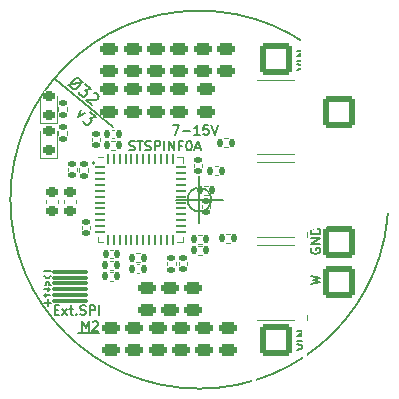
<source format=gbr>
%TF.GenerationSoftware,KiCad,Pcbnew,7.0.7*%
%TF.CreationDate,2023-12-28T18:43:45-05:00*%
%TF.ProjectId,O32controller,4f333263-6f6e-4747-926f-6c6c65722e6b,3*%
%TF.SameCoordinates,Original*%
%TF.FileFunction,Legend,Top*%
%TF.FilePolarity,Positive*%
%FSLAX46Y46*%
G04 Gerber Fmt 4.6, Leading zero omitted, Abs format (unit mm)*
G04 Created by KiCad (PCBNEW 7.0.7) date 2023-12-28 18:43:45*
%MOMM*%
%LPD*%
G01*
G04 APERTURE LIST*
G04 Aperture macros list*
%AMRoundRect*
0 Rectangle with rounded corners*
0 $1 Rounding radius*
0 $2 $3 $4 $5 $6 $7 $8 $9 X,Y pos of 4 corners*
0 Add a 4 corners polygon primitive as box body*
4,1,4,$2,$3,$4,$5,$6,$7,$8,$9,$2,$3,0*
0 Add four circle primitives for the rounded corners*
1,1,$1+$1,$2,$3*
1,1,$1+$1,$4,$5*
1,1,$1+$1,$6,$7*
1,1,$1+$1,$8,$9*
0 Add four rect primitives between the rounded corners*
20,1,$1+$1,$2,$3,$4,$5,0*
20,1,$1+$1,$4,$5,$6,$7,0*
20,1,$1+$1,$6,$7,$8,$9,0*
20,1,$1+$1,$8,$9,$2,$3,0*%
%AMFreePoly0*
4,1,78,0.535355,2.120355,0.550000,2.085000,0.550000,1.935000,0.535355,1.899645,0.500000,1.885000,0.150000,1.885000,0.150000,1.635000,0.500000,1.635000,0.535355,1.620355,0.550000,1.585000,0.550000,1.435000,0.535355,1.399645,0.500000,1.385000,0.150000,1.385000,0.150000,1.135000,0.500000,1.135000,0.535355,1.120355,0.550000,1.085000,0.550000,0.935000,0.535355,0.899645,
0.500000,0.885000,0.150000,0.885000,0.150000,0.635000,0.500000,0.635000,0.535355,0.620355,0.550000,0.585000,0.550000,0.435000,0.535355,0.399645,0.500000,0.385000,0.150000,0.385000,0.150000,0.135000,0.500000,0.135000,0.535355,0.120355,0.550000,0.085000,0.550000,-0.065000,0.535355,-0.100355,0.500000,-0.115000,0.150000,-0.115000,0.150000,-0.365000,0.500000,-0.365000,
0.535355,-0.379645,0.550000,-0.415000,0.550000,-0.565000,0.535355,-0.600355,0.500000,-0.615000,0.150000,-0.615000,0.150000,-0.865000,0.500000,-0.865000,0.535355,-0.879645,0.550000,-0.915000,0.550000,-1.065000,0.535355,-1.100355,0.500000,-1.115000,0.150000,-1.115000,0.150000,-1.365000,0.500000,-1.365000,0.535355,-1.379645,0.550000,-1.415000,0.550000,-1.565000,0.535355,-1.600355,
0.500000,-1.615000,0.150000,-1.615000,0.150000,-1.865000,0.500000,-1.865000,0.535355,-1.879645,0.550000,-1.915000,0.550000,-2.065000,0.535355,-2.100355,0.500000,-2.115000,-0.100000,-2.115000,-0.102414,-2.114000,-0.150000,-2.114000,-0.150000,2.114000,-0.137987,2.114000,-0.135355,2.120355,-0.100000,2.135000,0.500000,2.135000,0.535355,2.120355,0.535355,2.120355,$1*%
G04 Aperture macros list end*
%ADD10C,0.150000*%
%ADD11C,0.120000*%
%ADD12C,0.200000*%
%ADD13RoundRect,0.075000X-1.425000X-0.075000X1.425000X-0.075000X1.425000X0.075000X-1.425000X0.075000X0*%
%ADD14RoundRect,0.250000X-0.475000X0.250000X-0.475000X-0.250000X0.475000X-0.250000X0.475000X0.250000X0*%
%ADD15RoundRect,0.250000X0.475000X-0.250000X0.475000X0.250000X-0.475000X0.250000X-0.475000X-0.250000X0*%
%ADD16R,0.385000X0.690000*%
%ADD17R,1.035000X0.690000*%
%ADD18RoundRect,0.269607X-1.105393X-1.105393X1.105393X-1.105393X1.105393X1.105393X-1.105393X1.105393X0*%
%ADD19RoundRect,0.218750X0.256250X-0.218750X0.256250X0.218750X-0.256250X0.218750X-0.256250X-0.218750X0*%
%ADD20RoundRect,0.140000X0.140000X0.170000X-0.140000X0.170000X-0.140000X-0.170000X0.140000X-0.170000X0*%
%ADD21RoundRect,0.225000X0.250000X-0.225000X0.250000X0.225000X-0.250000X0.225000X-0.250000X-0.225000X0*%
%ADD22RoundRect,0.135000X0.135000X0.185000X-0.135000X0.185000X-0.135000X-0.185000X0.135000X-0.185000X0*%
%ADD23RoundRect,0.062500X-0.375000X-0.062500X0.375000X-0.062500X0.375000X0.062500X-0.375000X0.062500X0*%
%ADD24RoundRect,0.062500X-0.062500X-0.375000X0.062500X-0.375000X0.062500X0.375000X-0.062500X0.375000X0*%
%ADD25R,2.800000X2.800000*%
%ADD26RoundRect,0.135000X0.185000X-0.135000X0.185000X0.135000X-0.185000X0.135000X-0.185000X-0.135000X0*%
%ADD27RoundRect,0.140000X-0.170000X0.140000X-0.170000X-0.140000X0.170000X-0.140000X0.170000X0.140000X0*%
%ADD28RoundRect,0.135000X-0.135000X-0.185000X0.135000X-0.185000X0.135000X0.185000X-0.135000X0.185000X0*%
%ADD29R,0.700001X0.249999*%
%ADD30FreePoly0,0.000000*%
%ADD31FreePoly0,180.000000*%
%ADD32R,0.429999X0.375001*%
%ADD33R,3.300001X5.399999*%
%ADD34R,1.600000X0.650000*%
%ADD35RoundRect,0.135000X-0.185000X0.135000X-0.185000X-0.135000X0.185000X-0.135000X0.185000X0.135000X0*%
%ADD36RoundRect,0.140000X0.170000X-0.140000X0.170000X0.140000X-0.170000X0.140000X-0.170000X-0.140000X0*%
%ADD37RoundRect,0.225000X-0.250000X0.225000X-0.250000X-0.225000X0.250000X-0.225000X0.250000X0.225000X0*%
%ADD38R,0.690000X0.385000*%
%ADD39R,0.690000X1.035000*%
G04 APERTURE END LIST*
D10*
X875000Y5400000D02*
X375000Y5400000D01*
X375000Y5900000D02*
X875000Y5900000D01*
X875000Y5900000D02*
X725000Y6050000D01*
X550000Y6525000D02*
X750000Y6525000D01*
X875000Y5900000D02*
X725000Y5750000D01*
X525000Y6825000D02*
X762500Y6825000D01*
X762500Y6825000D02*
X850000Y7075000D01*
X850000Y7075000D02*
X925000Y7075000D01*
X3200000Y2175000D02*
X4975000Y2175000D01*
X11500000Y13500000D02*
X15500000Y13500000D01*
X14500000Y13500000D02*
G75*
G03*
X14500000Y13500000I-1000000J0D01*
G01*
X375000Y5400000D02*
X525000Y5550000D01*
X400000Y6275000D02*
X550000Y6275000D01*
X750000Y6525000D02*
X750000Y6275000D01*
X375000Y5400000D02*
X525000Y5250000D01*
X13500000Y15500000D02*
X13500000Y11500000D01*
X29500000Y13500000D02*
G75*
G03*
X29500000Y13500000I-16000000J0D01*
G01*
X375000Y7075000D02*
X450000Y7075000D01*
X550000Y6275000D02*
X550000Y6525000D01*
X450000Y7075000D02*
X525000Y6825000D01*
X750000Y6275000D02*
X925000Y6275000D01*
X1300000Y23750000D02*
X6150000Y19650000D01*
X7559523Y17700800D02*
X7673809Y17662705D01*
X7673809Y17662705D02*
X7864285Y17662705D01*
X7864285Y17662705D02*
X7940476Y17700800D01*
X7940476Y17700800D02*
X7978571Y17738896D01*
X7978571Y17738896D02*
X8016666Y17815086D01*
X8016666Y17815086D02*
X8016666Y17891277D01*
X8016666Y17891277D02*
X7978571Y17967467D01*
X7978571Y17967467D02*
X7940476Y18005562D01*
X7940476Y18005562D02*
X7864285Y18043658D01*
X7864285Y18043658D02*
X7711904Y18081753D01*
X7711904Y18081753D02*
X7635714Y18119848D01*
X7635714Y18119848D02*
X7597619Y18157943D01*
X7597619Y18157943D02*
X7559523Y18234134D01*
X7559523Y18234134D02*
X7559523Y18310324D01*
X7559523Y18310324D02*
X7597619Y18386515D01*
X7597619Y18386515D02*
X7635714Y18424610D01*
X7635714Y18424610D02*
X7711904Y18462705D01*
X7711904Y18462705D02*
X7902381Y18462705D01*
X7902381Y18462705D02*
X8016666Y18424610D01*
X8245238Y18462705D02*
X8702381Y18462705D01*
X8473809Y17662705D02*
X8473809Y18462705D01*
X8930952Y17700800D02*
X9045238Y17662705D01*
X9045238Y17662705D02*
X9235714Y17662705D01*
X9235714Y17662705D02*
X9311905Y17700800D01*
X9311905Y17700800D02*
X9350000Y17738896D01*
X9350000Y17738896D02*
X9388095Y17815086D01*
X9388095Y17815086D02*
X9388095Y17891277D01*
X9388095Y17891277D02*
X9350000Y17967467D01*
X9350000Y17967467D02*
X9311905Y18005562D01*
X9311905Y18005562D02*
X9235714Y18043658D01*
X9235714Y18043658D02*
X9083333Y18081753D01*
X9083333Y18081753D02*
X9007143Y18119848D01*
X9007143Y18119848D02*
X8969048Y18157943D01*
X8969048Y18157943D02*
X8930952Y18234134D01*
X8930952Y18234134D02*
X8930952Y18310324D01*
X8930952Y18310324D02*
X8969048Y18386515D01*
X8969048Y18386515D02*
X9007143Y18424610D01*
X9007143Y18424610D02*
X9083333Y18462705D01*
X9083333Y18462705D02*
X9273810Y18462705D01*
X9273810Y18462705D02*
X9388095Y18424610D01*
X9730953Y17662705D02*
X9730953Y18462705D01*
X9730953Y18462705D02*
X10035715Y18462705D01*
X10035715Y18462705D02*
X10111905Y18424610D01*
X10111905Y18424610D02*
X10150000Y18386515D01*
X10150000Y18386515D02*
X10188096Y18310324D01*
X10188096Y18310324D02*
X10188096Y18196039D01*
X10188096Y18196039D02*
X10150000Y18119848D01*
X10150000Y18119848D02*
X10111905Y18081753D01*
X10111905Y18081753D02*
X10035715Y18043658D01*
X10035715Y18043658D02*
X9730953Y18043658D01*
X10530953Y17662705D02*
X10530953Y18462705D01*
X10911905Y17662705D02*
X10911905Y18462705D01*
X10911905Y18462705D02*
X11369048Y17662705D01*
X11369048Y17662705D02*
X11369048Y18462705D01*
X12016666Y18081753D02*
X11750000Y18081753D01*
X11750000Y17662705D02*
X11750000Y18462705D01*
X11750000Y18462705D02*
X12130952Y18462705D01*
X12588095Y18462705D02*
X12664285Y18462705D01*
X12664285Y18462705D02*
X12740476Y18424610D01*
X12740476Y18424610D02*
X12778571Y18386515D01*
X12778571Y18386515D02*
X12816666Y18310324D01*
X12816666Y18310324D02*
X12854761Y18157943D01*
X12854761Y18157943D02*
X12854761Y17967467D01*
X12854761Y17967467D02*
X12816666Y17815086D01*
X12816666Y17815086D02*
X12778571Y17738896D01*
X12778571Y17738896D02*
X12740476Y17700800D01*
X12740476Y17700800D02*
X12664285Y17662705D01*
X12664285Y17662705D02*
X12588095Y17662705D01*
X12588095Y17662705D02*
X12511904Y17700800D01*
X12511904Y17700800D02*
X12473809Y17738896D01*
X12473809Y17738896D02*
X12435714Y17815086D01*
X12435714Y17815086D02*
X12397618Y17967467D01*
X12397618Y17967467D02*
X12397618Y18157943D01*
X12397618Y18157943D02*
X12435714Y18310324D01*
X12435714Y18310324D02*
X12473809Y18386515D01*
X12473809Y18386515D02*
X12511904Y18424610D01*
X12511904Y18424610D02*
X12588095Y18462705D01*
X13159523Y17891277D02*
X13540476Y17891277D01*
X13083333Y17662705D02*
X13350000Y18462705D01*
X13350000Y18462705D02*
X13616666Y17662705D01*
X1239286Y4156753D02*
X1505952Y4156753D01*
X1620238Y3737705D02*
X1239286Y3737705D01*
X1239286Y3737705D02*
X1239286Y4537705D01*
X1239286Y4537705D02*
X1620238Y4537705D01*
X1886905Y3737705D02*
X2305953Y4271039D01*
X1886905Y4271039D02*
X2305953Y3737705D01*
X2496429Y4271039D02*
X2801191Y4271039D01*
X2610715Y4537705D02*
X2610715Y3851991D01*
X2610715Y3851991D02*
X2648810Y3775800D01*
X2648810Y3775800D02*
X2725000Y3737705D01*
X2725000Y3737705D02*
X2801191Y3737705D01*
X3067858Y3813896D02*
X3105953Y3775800D01*
X3105953Y3775800D02*
X3067858Y3737705D01*
X3067858Y3737705D02*
X3029762Y3775800D01*
X3029762Y3775800D02*
X3067858Y3813896D01*
X3067858Y3813896D02*
X3067858Y3737705D01*
X3410714Y3775800D02*
X3525000Y3737705D01*
X3525000Y3737705D02*
X3715476Y3737705D01*
X3715476Y3737705D02*
X3791667Y3775800D01*
X3791667Y3775800D02*
X3829762Y3813896D01*
X3829762Y3813896D02*
X3867857Y3890086D01*
X3867857Y3890086D02*
X3867857Y3966277D01*
X3867857Y3966277D02*
X3829762Y4042467D01*
X3829762Y4042467D02*
X3791667Y4080562D01*
X3791667Y4080562D02*
X3715476Y4118658D01*
X3715476Y4118658D02*
X3563095Y4156753D01*
X3563095Y4156753D02*
X3486905Y4194848D01*
X3486905Y4194848D02*
X3448810Y4232943D01*
X3448810Y4232943D02*
X3410714Y4309134D01*
X3410714Y4309134D02*
X3410714Y4385324D01*
X3410714Y4385324D02*
X3448810Y4461515D01*
X3448810Y4461515D02*
X3486905Y4499610D01*
X3486905Y4499610D02*
X3563095Y4537705D01*
X3563095Y4537705D02*
X3753572Y4537705D01*
X3753572Y4537705D02*
X3867857Y4499610D01*
X4210715Y3737705D02*
X4210715Y4537705D01*
X4210715Y4537705D02*
X4515477Y4537705D01*
X4515477Y4537705D02*
X4591667Y4499610D01*
X4591667Y4499610D02*
X4629762Y4461515D01*
X4629762Y4461515D02*
X4667858Y4385324D01*
X4667858Y4385324D02*
X4667858Y4271039D01*
X4667858Y4271039D02*
X4629762Y4194848D01*
X4629762Y4194848D02*
X4591667Y4156753D01*
X4591667Y4156753D02*
X4515477Y4118658D01*
X4515477Y4118658D02*
X4210715Y4118658D01*
X5010715Y3737705D02*
X5010715Y4537705D01*
X22950390Y9390477D02*
X22912295Y9314287D01*
X22912295Y9314287D02*
X22912295Y9200001D01*
X22912295Y9200001D02*
X22950390Y9085715D01*
X22950390Y9085715D02*
X23026580Y9009525D01*
X23026580Y9009525D02*
X23102771Y8971430D01*
X23102771Y8971430D02*
X23255152Y8933334D01*
X23255152Y8933334D02*
X23369438Y8933334D01*
X23369438Y8933334D02*
X23521819Y8971430D01*
X23521819Y8971430D02*
X23598009Y9009525D01*
X23598009Y9009525D02*
X23674200Y9085715D01*
X23674200Y9085715D02*
X23712295Y9200001D01*
X23712295Y9200001D02*
X23712295Y9276192D01*
X23712295Y9276192D02*
X23674200Y9390477D01*
X23674200Y9390477D02*
X23636104Y9428573D01*
X23636104Y9428573D02*
X23369438Y9428573D01*
X23369438Y9428573D02*
X23369438Y9276192D01*
X23712295Y9771430D02*
X22912295Y9771430D01*
X22912295Y9771430D02*
X23712295Y10228573D01*
X23712295Y10228573D02*
X22912295Y10228573D01*
X23712295Y10609525D02*
X22912295Y10609525D01*
X22912295Y10609525D02*
X22912295Y10800001D01*
X22912295Y10800001D02*
X22950390Y10914287D01*
X22950390Y10914287D02*
X23026580Y10990477D01*
X23026580Y10990477D02*
X23102771Y11028572D01*
X23102771Y11028572D02*
X23255152Y11066668D01*
X23255152Y11066668D02*
X23369438Y11066668D01*
X23369438Y11066668D02*
X23521819Y11028572D01*
X23521819Y11028572D02*
X23598009Y10990477D01*
X23598009Y10990477D02*
X23674200Y10914287D01*
X23674200Y10914287D02*
X23712295Y10800001D01*
X23712295Y10800001D02*
X23712295Y10609525D01*
X3602381Y2412705D02*
X3602381Y3212705D01*
X3602381Y3212705D02*
X3869047Y2641277D01*
X3869047Y2641277D02*
X4135714Y3212705D01*
X4135714Y3212705D02*
X4135714Y2412705D01*
X4478571Y3136515D02*
X4516667Y3174610D01*
X4516667Y3174610D02*
X4592857Y3212705D01*
X4592857Y3212705D02*
X4783333Y3212705D01*
X4783333Y3212705D02*
X4859524Y3174610D01*
X4859524Y3174610D02*
X4897619Y3136515D01*
X4897619Y3136515D02*
X4935714Y3060324D01*
X4935714Y3060324D02*
X4935714Y2984134D01*
X4935714Y2984134D02*
X4897619Y2869848D01*
X4897619Y2869848D02*
X4440476Y2412705D01*
X4440476Y2412705D02*
X4935714Y2412705D01*
X22912295Y6357143D02*
X23712295Y6547619D01*
X23712295Y6547619D02*
X23140866Y6700000D01*
X23140866Y6700000D02*
X23712295Y6852381D01*
X23712295Y6852381D02*
X22912295Y7042857D01*
X22950390Y16540477D02*
X22912295Y16464287D01*
X22912295Y16464287D02*
X22912295Y16350001D01*
X22912295Y16350001D02*
X22950390Y16235715D01*
X22950390Y16235715D02*
X23026580Y16159525D01*
X23026580Y16159525D02*
X23102771Y16121430D01*
X23102771Y16121430D02*
X23255152Y16083334D01*
X23255152Y16083334D02*
X23369438Y16083334D01*
X23369438Y16083334D02*
X23521819Y16121430D01*
X23521819Y16121430D02*
X23598009Y16159525D01*
X23598009Y16159525D02*
X23674200Y16235715D01*
X23674200Y16235715D02*
X23712295Y16350001D01*
X23712295Y16350001D02*
X23712295Y16426192D01*
X23712295Y16426192D02*
X23674200Y16540477D01*
X23674200Y16540477D02*
X23636104Y16578573D01*
X23636104Y16578573D02*
X23369438Y16578573D01*
X23369438Y16578573D02*
X23369438Y16426192D01*
X23712295Y16921430D02*
X22912295Y16921430D01*
X22912295Y16921430D02*
X23712295Y17378573D01*
X23712295Y17378573D02*
X22912295Y17378573D01*
X23712295Y17759525D02*
X22912295Y17759525D01*
X22912295Y17759525D02*
X22912295Y17950001D01*
X22912295Y17950001D02*
X22950390Y18064287D01*
X22950390Y18064287D02*
X23026580Y18140477D01*
X23026580Y18140477D02*
X23102771Y18178572D01*
X23102771Y18178572D02*
X23255152Y18216668D01*
X23255152Y18216668D02*
X23369438Y18216668D01*
X23369438Y18216668D02*
X23521819Y18178572D01*
X23521819Y18178572D02*
X23598009Y18140477D01*
X23598009Y18140477D02*
X23674200Y18064287D01*
X23674200Y18064287D02*
X23712295Y17950001D01*
X23712295Y17950001D02*
X23712295Y17759525D01*
X3637696Y23459940D02*
X2411255Y23183639D01*
X2630125Y22999985D02*
X2587777Y23097681D01*
X2587777Y23097681D02*
X2576039Y23231856D01*
X2576039Y23231856D02*
X2661996Y23408378D01*
X2661996Y23408378D02*
X2876259Y23663726D01*
X2876259Y23663726D02*
X3035173Y23779030D01*
X3035173Y23779030D02*
X3169347Y23790769D01*
X3169347Y23790769D02*
X3272913Y23766030D01*
X3272913Y23766030D02*
X3418826Y23643594D01*
X3418826Y23643594D02*
X3461174Y23545898D01*
X3461174Y23545898D02*
X3472912Y23411723D01*
X3472912Y23411723D02*
X3386955Y23235201D01*
X3386955Y23235201D02*
X3172692Y22979853D01*
X3172692Y22979853D02*
X3013778Y22864549D01*
X3013778Y22864549D02*
X2879604Y22852810D01*
X2879604Y22852810D02*
X2776038Y22877549D01*
X2776038Y22877549D02*
X2630125Y22999985D01*
X3856566Y23276287D02*
X4330784Y22878371D01*
X4330784Y22878371D02*
X3830564Y22800807D01*
X3830564Y22800807D02*
X3939999Y22708980D01*
X3939999Y22708980D02*
X3982347Y22611284D01*
X3982347Y22611284D02*
X3988216Y22544196D01*
X3988216Y22544196D02*
X3963476Y22440631D01*
X3963476Y22440631D02*
X3810432Y22258239D01*
X3810432Y22258239D02*
X3712735Y22215892D01*
X3712735Y22215892D02*
X3645648Y22210022D01*
X3645648Y22210022D02*
X3542083Y22234762D01*
X3542083Y22234762D02*
X3323213Y22418415D01*
X3323213Y22418415D02*
X3280865Y22516112D01*
X3280865Y22516112D02*
X3274996Y22583199D01*
X4561392Y22560542D02*
X4628479Y22566412D01*
X4628479Y22566412D02*
X4732045Y22541672D01*
X4732045Y22541672D02*
X4914436Y22388628D01*
X4914436Y22388628D02*
X4956784Y22290931D01*
X4956784Y22290931D02*
X4962654Y22223844D01*
X4962654Y22223844D02*
X4937914Y22120279D01*
X4937914Y22120279D02*
X4876696Y22047322D01*
X4876696Y22047322D02*
X4748391Y21968496D01*
X4748391Y21968496D02*
X3943344Y21898064D01*
X3943344Y21898064D02*
X4417562Y21500147D01*
X345238Y4767467D02*
X954762Y4767467D01*
X650000Y4462705D02*
X650000Y5072229D01*
X21737295Y24473811D02*
X22537295Y24740478D01*
X22537295Y24740478D02*
X21737295Y25007144D01*
X22537295Y25273811D02*
X21737295Y25273811D01*
X22537295Y25654763D02*
X21737295Y25654763D01*
X21737295Y25654763D02*
X22537295Y26111906D01*
X22537295Y26111906D02*
X21737295Y26111906D01*
X21737295Y748811D02*
X22537295Y1015478D01*
X22537295Y1015478D02*
X21737295Y1282144D01*
X22537295Y1548811D02*
X21737295Y1548811D01*
X22537295Y1929763D02*
X21737295Y1929763D01*
X21737295Y1929763D02*
X22537295Y2386906D01*
X22537295Y2386906D02*
X21737295Y2386906D01*
X11283333Y19787705D02*
X11816667Y19787705D01*
X11816667Y19787705D02*
X11473809Y18987705D01*
X12121429Y19292467D02*
X12730953Y19292467D01*
X13530952Y18987705D02*
X13073809Y18987705D01*
X13302381Y18987705D02*
X13302381Y19787705D01*
X13302381Y19787705D02*
X13226190Y19673420D01*
X13226190Y19673420D02*
X13150000Y19597229D01*
X13150000Y19597229D02*
X13073809Y19559134D01*
X14254762Y19787705D02*
X13873810Y19787705D01*
X13873810Y19787705D02*
X13835714Y19406753D01*
X13835714Y19406753D02*
X13873810Y19444848D01*
X13873810Y19444848D02*
X13950000Y19482943D01*
X13950000Y19482943D02*
X14140476Y19482943D01*
X14140476Y19482943D02*
X14216667Y19444848D01*
X14216667Y19444848D02*
X14254762Y19406753D01*
X14254762Y19406753D02*
X14292857Y19330562D01*
X14292857Y19330562D02*
X14292857Y19140086D01*
X14292857Y19140086D02*
X14254762Y19063896D01*
X14254762Y19063896D02*
X14216667Y19025800D01*
X14216667Y19025800D02*
X14140476Y18987705D01*
X14140476Y18987705D02*
X13950000Y18987705D01*
X13950000Y18987705D02*
X13873810Y19025800D01*
X13873810Y19025800D02*
X13835714Y19063896D01*
X14521429Y19787705D02*
X14788096Y18987705D01*
X14788096Y18987705D02*
X15054762Y19787705D01*
X320238Y7467467D02*
X929762Y7467467D01*
X22912295Y13558334D02*
X23712295Y13825001D01*
X23712295Y13825001D02*
X22912295Y14091667D01*
X3438998Y21121419D02*
X3192864Y20457678D01*
X3192864Y20457678D02*
X3803781Y20815330D01*
X4236913Y20887024D02*
X4711131Y20489108D01*
X4711131Y20489108D02*
X4210912Y20411544D01*
X4210912Y20411544D02*
X4320347Y20319717D01*
X4320347Y20319717D02*
X4362694Y20222021D01*
X4362694Y20222021D02*
X4368564Y20154934D01*
X4368564Y20154934D02*
X4343824Y20051369D01*
X4343824Y20051369D02*
X4190780Y19868977D01*
X4190780Y19868977D02*
X4093083Y19826629D01*
X4093083Y19826629D02*
X4025996Y19820760D01*
X4025996Y19820760D02*
X3922431Y19845499D01*
X3922431Y19845499D02*
X3703561Y20029153D01*
X3703561Y20029153D02*
X3661213Y20126849D01*
X3661213Y20126849D02*
X3655344Y20193937D01*
X22912295Y20721430D02*
X23559914Y20721430D01*
X23559914Y20721430D02*
X23636104Y20759525D01*
X23636104Y20759525D02*
X23674200Y20797620D01*
X23674200Y20797620D02*
X23712295Y20873811D01*
X23712295Y20873811D02*
X23712295Y21026192D01*
X23712295Y21026192D02*
X23674200Y21102382D01*
X23674200Y21102382D02*
X23636104Y21140477D01*
X23636104Y21140477D02*
X23559914Y21178573D01*
X23559914Y21178573D02*
X22912295Y21178573D01*
D11*
%TO.C,D6*%
X15000Y17027500D02*
X1485000Y17027500D01*
X1485000Y17027500D02*
X1485000Y19312500D01*
X15000Y19312500D02*
X15000Y17027500D01*
%TO.C,C20*%
X6307836Y18690000D02*
X6092164Y18690000D01*
X6307836Y19410000D02*
X6092164Y19410000D01*
%TO.C,C2*%
X540000Y13209420D02*
X540000Y13490580D01*
X1560000Y13209420D02*
X1560000Y13490580D01*
%TO.C,R22*%
X14203641Y13920000D02*
X13896359Y13920000D01*
X14203641Y14680000D02*
X13896359Y14680000D01*
%TO.C,R19*%
X8453641Y8220000D02*
X8146359Y8220000D01*
X8453641Y8980000D02*
X8146359Y8980000D01*
%TO.C,U1*%
X4890000Y9890000D02*
X4890000Y10365000D01*
X5365000Y17110000D02*
X4890000Y17110000D01*
X5365000Y9890000D02*
X4890000Y9890000D01*
X11635000Y17110000D02*
X12110000Y17110000D01*
X11635000Y9890000D02*
X12110000Y9890000D01*
X12110000Y17110000D02*
X12110000Y16635000D01*
X12110000Y9890000D02*
X12110000Y10365000D01*
D12*
X4650000Y16600000D02*
G75*
G03*
X4650000Y16600000I-100000J0D01*
G01*
D11*
%TO.C,C14*%
X8407836Y7290000D02*
X8192164Y7290000D01*
X8407836Y8010000D02*
X8192164Y8010000D01*
%TO.C,R4*%
X10720000Y7936359D02*
X10720000Y8243641D01*
X11480000Y7936359D02*
X11480000Y8243641D01*
%TO.C,C5*%
X14410000Y13007836D02*
X14410000Y12792164D01*
X13690000Y13007836D02*
X13690000Y12792164D01*
%TO.C,R8*%
X5896359Y8330000D02*
X6203641Y8330000D01*
X5896359Y7570000D02*
X6203641Y7570000D01*
%TO.C,R29*%
X13396359Y9580000D02*
X13703641Y9580000D01*
X13396359Y8820000D02*
X13703641Y8820000D01*
%TO.C,Q2*%
X22600000Y10350000D02*
X22400000Y10350000D01*
X22600000Y10750000D02*
X22600000Y10350000D01*
X21549999Y10350001D02*
X18350001Y10350001D01*
X21549999Y16649999D02*
X18350001Y16649999D01*
%TO.C,R2*%
X1570000Y21046359D02*
X1570000Y21353641D01*
X2330000Y21046359D02*
X2330000Y21353641D01*
%TO.C,C4*%
X13760000Y16487836D02*
X13760000Y16272164D01*
X13040000Y16487836D02*
X13040000Y16272164D01*
%TO.C,C10*%
X6157836Y8540000D02*
X5942164Y8540000D01*
X6157836Y9260000D02*
X5942164Y9260000D01*
%TO.C,R1*%
X1570000Y18996359D02*
X1570000Y19303641D01*
X2330000Y18996359D02*
X2330000Y19303641D01*
%TO.C,Q3*%
X22600000Y3350000D02*
X22400000Y3350000D01*
X22600000Y3750000D02*
X22600000Y3350000D01*
X21549999Y3350001D02*
X18350001Y3350001D01*
X21549999Y9649999D02*
X18350001Y9649999D01*
%TO.C,R37*%
X6353641Y17720000D02*
X6046359Y17720000D01*
X6353641Y18480000D02*
X6046359Y18480000D01*
%TO.C,R28*%
X4080000Y16183641D02*
X4080000Y15876359D01*
X3320000Y16183641D02*
X3320000Y15876359D01*
%TO.C,C1*%
X4390000Y18472164D02*
X4390000Y18687836D01*
X5110000Y18472164D02*
X5110000Y18687836D01*
%TO.C,C7*%
X12460000Y8187836D02*
X12460000Y7972164D01*
X11740000Y8187836D02*
X11740000Y7972164D01*
%TO.C,C6*%
X4260000Y11227836D02*
X4260000Y11012164D01*
X3540000Y11227836D02*
X3540000Y11012164D01*
%TO.C,R11*%
X14786359Y16330000D02*
X15093641Y16330000D01*
X14786359Y15570000D02*
X15093641Y15570000D01*
%TO.C,D3*%
X15000Y20002500D02*
X1485000Y20002500D01*
X1485000Y20002500D02*
X1485000Y22287500D01*
X15000Y22287500D02*
X15000Y20002500D01*
%TO.C,R10*%
X5896359Y7380000D02*
X6203641Y7380000D01*
X5896359Y6620000D02*
X6203641Y6620000D01*
%TO.C,Q1*%
X22600000Y17350000D02*
X22400000Y17350000D01*
X22600000Y17750000D02*
X22600000Y17350000D01*
X21549999Y17350001D02*
X18350001Y17350001D01*
X21549999Y23649999D02*
X18350001Y23649999D01*
%TO.C,R13*%
X15903641Y17920000D02*
X15596359Y17920000D01*
X15903641Y18680000D02*
X15596359Y18680000D01*
%TO.C,C3*%
X3060000Y13490580D02*
X3060000Y13209420D01*
X2040000Y13490580D02*
X2040000Y13209420D01*
%TO.C,C17*%
X3110000Y16157836D02*
X3110000Y15942164D01*
X2390000Y16157836D02*
X2390000Y15942164D01*
%TO.C,R31*%
X13703641Y9770000D02*
X13396359Y9770000D01*
X13703641Y10530000D02*
X13396359Y10530000D01*
%TO.C,R20*%
X15746359Y10630000D02*
X16053641Y10630000D01*
X15746359Y9870000D02*
X16053641Y9870000D01*
%TD*%
%LPC*%
D13*
%TO.C,J7*%
X2550000Y7400000D03*
X2550000Y6900000D03*
X2550000Y6400000D03*
X2550000Y5900000D03*
X2550000Y5400000D03*
X2550000Y4900000D03*
%TD*%
D14*
%TO.C,C36*%
X13925000Y2650000D03*
X13925000Y750000D03*
%TD*%
D15*
%TO.C,C25*%
X13775000Y24350000D03*
X13775000Y26250000D03*
%TD*%
D16*
%TO.C,D5*%
X3608500Y17600000D03*
D17*
X2616500Y17600000D03*
%TD*%
D18*
%TO.C,J3*%
X25350000Y9950000D03*
%TD*%
%TO.C,J11*%
X25350000Y13750000D03*
%TD*%
%TO.C,J2*%
X19950000Y25400000D03*
%TD*%
D19*
%TO.C,D6*%
X750000Y17725000D03*
X750000Y19300000D03*
%TD*%
D14*
%TO.C,C28*%
X7850000Y22850000D03*
X7850000Y20950000D03*
%TD*%
D20*
%TO.C,C20*%
X6680000Y19050000D03*
X5720000Y19050000D03*
%TD*%
D21*
%TO.C,C2*%
X1050000Y12575000D03*
X1050000Y14125000D03*
%TD*%
D22*
%TO.C,R22*%
X14560000Y14300000D03*
X13540000Y14300000D03*
%TD*%
D14*
%TO.C,C35*%
X11950000Y2650000D03*
X11950000Y750000D03*
%TD*%
%TO.C,C33*%
X8000000Y2650000D03*
X8000000Y750000D03*
%TD*%
D22*
%TO.C,R19*%
X8810000Y8600000D03*
X7790000Y8600000D03*
%TD*%
D23*
%TO.C,U1*%
X5062500Y16250000D03*
X5062500Y15750000D03*
X5062500Y15250000D03*
X5062500Y14750000D03*
X5062500Y14250000D03*
X5062500Y13750000D03*
X5062500Y13250000D03*
X5062500Y12750000D03*
X5062500Y12250000D03*
X5062500Y11750000D03*
X5062500Y11250000D03*
X5062500Y10750000D03*
D24*
X5750000Y10062500D03*
X6250000Y10062500D03*
X6750000Y10062500D03*
X7250000Y10062500D03*
X7750000Y10062500D03*
X8250000Y10062500D03*
X8750000Y10062500D03*
X9250000Y10062500D03*
X9750000Y10062500D03*
X10250000Y10062500D03*
X10750000Y10062500D03*
X11250000Y10062500D03*
D23*
X11937500Y10750000D03*
X11937500Y11250000D03*
X11937500Y11750000D03*
X11937500Y12250000D03*
X11937500Y12750000D03*
X11937500Y13250000D03*
X11937500Y13750000D03*
X11937500Y14250000D03*
X11937500Y14750000D03*
X11937500Y15250000D03*
X11937500Y15750000D03*
X11937500Y16250000D03*
D24*
X11250000Y16937500D03*
X10750000Y16937500D03*
X10250000Y16937500D03*
X9750000Y16937500D03*
X9250000Y16937500D03*
X8750000Y16937500D03*
X8250000Y16937500D03*
X7750000Y16937500D03*
X7250000Y16937500D03*
X6750000Y16937500D03*
X6250000Y16937500D03*
X5750000Y16937500D03*
D25*
X8500000Y13500000D03*
%TD*%
D14*
%TO.C,C29*%
X9825000Y22850000D03*
X9825000Y20950000D03*
%TD*%
D20*
%TO.C,C14*%
X8780000Y7650000D03*
X7820000Y7650000D03*
%TD*%
D14*
%TO.C,C27*%
X5875000Y22850000D03*
X5875000Y20950000D03*
%TD*%
D26*
%TO.C,R4*%
X11100000Y7580000D03*
X11100000Y8600000D03*
%TD*%
D27*
%TO.C,C5*%
X14050000Y13380000D03*
X14050000Y12420000D03*
%TD*%
D15*
%TO.C,C22*%
X7850000Y24350000D03*
X7850000Y26250000D03*
%TD*%
D28*
%TO.C,R8*%
X5540000Y7950000D03*
X6560000Y7950000D03*
%TD*%
%TO.C,R29*%
X13040000Y9200000D03*
X14060000Y9200000D03*
%TD*%
D29*
%TO.C,Q2*%
X22300000Y11000000D03*
X22300000Y11499999D03*
D30*
X22100000Y13989000D03*
D31*
X17800000Y14010000D03*
D29*
X17600000Y11499999D03*
X17600000Y11000000D03*
D32*
X22065000Y10487001D03*
X22065000Y16512999D03*
X17835000Y16512999D03*
X17835000Y10487001D03*
D33*
X19950000Y13500000D03*
%TD*%
D26*
%TO.C,R2*%
X1950000Y20690000D03*
X1950000Y21710000D03*
%TD*%
D27*
%TO.C,C4*%
X13400000Y16860000D03*
X13400000Y15900000D03*
%TD*%
D20*
%TO.C,C10*%
X6530000Y8900000D03*
X5570000Y8900000D03*
%TD*%
D34*
%TO.C,L1*%
X1550000Y11275000D03*
X1550000Y9925000D03*
%TD*%
D18*
%TO.C,J4*%
X25350000Y17150000D03*
%TD*%
D26*
%TO.C,R1*%
X1950000Y18640000D03*
X1950000Y19660000D03*
%TD*%
D29*
%TO.C,Q3*%
X22300000Y4000000D03*
X22300000Y4499999D03*
D30*
X22100000Y6989000D03*
D31*
X17800000Y7010000D03*
D29*
X17600000Y4499999D03*
X17600000Y4000000D03*
D32*
X22065000Y3487001D03*
X22065000Y9512999D03*
X17835000Y9512999D03*
X17835000Y3487001D03*
D33*
X19950000Y6500000D03*
%TD*%
D22*
%TO.C,R37*%
X6710000Y18100000D03*
X5690000Y18100000D03*
%TD*%
D18*
%TO.C,J10*%
X25350000Y20950000D03*
%TD*%
D35*
%TO.C,R28*%
X3700000Y16540000D03*
X3700000Y15520000D03*
%TD*%
D36*
%TO.C,C1*%
X4750000Y18100000D03*
X4750000Y19060000D03*
%TD*%
D15*
%TO.C,C38*%
X13000000Y4150000D03*
X13000000Y6050000D03*
%TD*%
D27*
%TO.C,C7*%
X12100000Y8560000D03*
X12100000Y7600000D03*
%TD*%
%TO.C,C6*%
X3900000Y11600000D03*
X3900000Y10640000D03*
%TD*%
D28*
%TO.C,R11*%
X14430000Y15950000D03*
X15450000Y15950000D03*
%TD*%
D15*
%TO.C,C24*%
X11800000Y24350000D03*
X11800000Y26250000D03*
%TD*%
%TO.C,C26*%
X15750000Y24350000D03*
X15750000Y26250000D03*
%TD*%
D14*
%TO.C,C34*%
X9975000Y2650000D03*
X9975000Y750000D03*
%TD*%
%TO.C,C30*%
X11800000Y22850000D03*
X11800000Y20950000D03*
%TD*%
D19*
%TO.C,D3*%
X750000Y20700000D03*
X750000Y22275000D03*
%TD*%
D15*
%TO.C,C23*%
X9825000Y24350000D03*
X9825000Y26250000D03*
%TD*%
%TO.C,C21*%
X5875000Y24350000D03*
X5875000Y26250000D03*
%TD*%
%TO.C,C39*%
X11025000Y4150000D03*
X11025000Y6050000D03*
%TD*%
D28*
%TO.C,R10*%
X5540000Y7000000D03*
X6560000Y7000000D03*
%TD*%
D14*
%TO.C,C31*%
X14050000Y22850000D03*
X14050000Y20950000D03*
%TD*%
D29*
%TO.C,Q1*%
X22300000Y18000000D03*
X22300000Y18499999D03*
D30*
X22100000Y20989000D03*
D31*
X17800000Y21010000D03*
D29*
X17600000Y18499999D03*
X17600000Y18000000D03*
D32*
X22065000Y17487001D03*
X22065000Y23512999D03*
X17835000Y23512999D03*
X17835000Y17487001D03*
D33*
X19950000Y20500000D03*
%TD*%
D22*
%TO.C,R13*%
X16260000Y18300000D03*
X15240000Y18300000D03*
%TD*%
D16*
%TO.C,D1*%
X3325500Y8800000D03*
D17*
X4317500Y8800000D03*
%TD*%
D18*
%TO.C,J1*%
X19950000Y1600000D03*
%TD*%
D15*
%TO.C,C40*%
X9050000Y4150000D03*
X9050000Y6050000D03*
%TD*%
D14*
%TO.C,C32*%
X6025000Y2650000D03*
X6025000Y750000D03*
%TD*%
%TO.C,C37*%
X15900000Y2650000D03*
X15900000Y750000D03*
%TD*%
D37*
%TO.C,C3*%
X2550000Y14125000D03*
X2550000Y12575000D03*
%TD*%
D38*
%TO.C,D4*%
X1000000Y15275500D03*
D39*
X1000000Y16267500D03*
%TD*%
D18*
%TO.C,J12*%
X25350000Y6550000D03*
%TD*%
D27*
%TO.C,C17*%
X2750000Y16530000D03*
X2750000Y15570000D03*
%TD*%
D22*
%TO.C,R31*%
X14060000Y10150000D03*
X13040000Y10150000D03*
%TD*%
D28*
%TO.C,R20*%
X15390000Y10250000D03*
X16410000Y10250000D03*
%TD*%
%LPD*%
M02*

</source>
